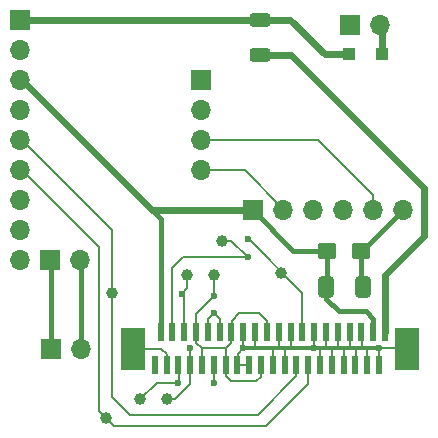
<source format=gbr>
%TF.GenerationSoftware,KiCad,Pcbnew,9.0.0*%
%TF.CreationDate,2025-06-13T13:21:56+01:00*%
%TF.ProjectId,KiCAD_uPicomac3_4,4b694341-445f-4755-9069-636f6d616333,rev?*%
%TF.SameCoordinates,Original*%
%TF.FileFunction,Copper,L1,Top*%
%TF.FilePolarity,Positive*%
%FSLAX46Y46*%
G04 Gerber Fmt 4.6, Leading zero omitted, Abs format (unit mm)*
G04 Created by KiCad (PCBNEW 9.0.0) date 2025-06-13 13:21:56*
%MOMM*%
%LPD*%
G01*
G04 APERTURE LIST*
G04 Aperture macros list*
%AMRoundRect*
0 Rectangle with rounded corners*
0 $1 Rounding radius*
0 $2 $3 $4 $5 $6 $7 $8 $9 X,Y pos of 4 corners*
0 Add a 4 corners polygon primitive as box body*
4,1,4,$2,$3,$4,$5,$6,$7,$8,$9,$2,$3,0*
0 Add four circle primitives for the rounded corners*
1,1,$1+$1,$2,$3*
1,1,$1+$1,$4,$5*
1,1,$1+$1,$6,$7*
1,1,$1+$1,$8,$9*
0 Add four rect primitives between the rounded corners*
20,1,$1+$1,$2,$3,$4,$5,0*
20,1,$1+$1,$4,$5,$6,$7,0*
20,1,$1+$1,$6,$7,$8,$9,0*
20,1,$1+$1,$8,$9,$2,$3,0*%
G04 Aperture macros list end*
%TA.AperFunction,ComponentPad*%
%ADD10R,1.700000X1.700000*%
%TD*%
%TA.AperFunction,ComponentPad*%
%ADD11O,1.700000X1.700000*%
%TD*%
%TA.AperFunction,SMDPad,CuDef*%
%ADD12RoundRect,0.250000X-0.537500X-0.425000X0.537500X-0.425000X0.537500X0.425000X-0.537500X0.425000X0*%
%TD*%
%TA.AperFunction,SMDPad,CuDef*%
%ADD13RoundRect,0.250000X-0.412500X-0.650000X0.412500X-0.650000X0.412500X0.650000X-0.412500X0.650000X0*%
%TD*%
%TA.AperFunction,SMDPad,CuDef*%
%ADD14C,1.000000*%
%TD*%
%TA.AperFunction,SMDPad,CuDef*%
%ADD15RoundRect,0.250000X-0.300000X-0.300000X0.300000X-0.300000X0.300000X0.300000X-0.300000X0.300000X0*%
%TD*%
%TA.AperFunction,SMDPad,CuDef*%
%ADD16RoundRect,0.250000X-0.625000X0.312500X-0.625000X-0.312500X0.625000X-0.312500X0.625000X0.312500X0*%
%TD*%
%TA.AperFunction,SMDPad,CuDef*%
%ADD17R,0.600000X1.500000*%
%TD*%
%TA.AperFunction,SMDPad,CuDef*%
%ADD18R,2.000000X3.600000*%
%TD*%
%TA.AperFunction,ViaPad*%
%ADD19C,0.600000*%
%TD*%
%TA.AperFunction,Conductor*%
%ADD20C,0.200000*%
%TD*%
%TA.AperFunction,Conductor*%
%ADD21C,0.300000*%
%TD*%
%TA.AperFunction,Conductor*%
%ADD22C,0.400000*%
%TD*%
%TA.AperFunction,Conductor*%
%ADD23C,0.600000*%
%TD*%
G04 APERTURE END LIST*
D10*
%TO.P,J9,1,Pin_1*%
%TO.N,GND*%
X130680000Y-51179301D03*
D11*
%TO.P,J9,2,Pin_2*%
%TO.N,Net-(D1-A)*%
X133220000Y-51179301D03*
%TD*%
D10*
%TO.P,J6,1,GP2*%
%TO.N,Net-(J1-SCl)*%
X118005000Y-55890000D03*
D11*
%TO.P,J6,2,GP3*%
%TO.N,Net-(J1-STX)*%
X118005000Y-58430000D03*
%TO.P,J6,3,GP4*%
%TO.N,Net-(J2-Pin_5)*%
X118005000Y-60970000D03*
%TO.P,J6,4,GP5*%
%TO.N,Net-(J2-Pin_2)*%
X118005000Y-63510000D03*
%TD*%
D12*
%TO.P,C1,1*%
%TO.N,Net-(J1-3.3v)*%
X128705779Y-70325603D03*
%TO.P,C1,2*%
%TO.N,GND*%
X131580779Y-70325603D03*
%TD*%
D13*
%TO.P,C2,1*%
%TO.N,Net-(J1-3.3v)*%
X128585779Y-73440603D03*
%TO.P,C2,2*%
%TO.N,GND*%
X131710779Y-73440603D03*
%TD*%
D14*
%TO.P,tp6,1,1*%
%TO.N,Net-(J1-CS)*%
X116880370Y-72385168D03*
%TD*%
D10*
%TO.P,J2,1,Pin_1*%
%TO.N,Net-(J1-3.3v)*%
X122416803Y-66904054D03*
D11*
%TO.P,J2,2,Pin_2*%
%TO.N,Net-(J2-Pin_2)*%
X124956803Y-66904054D03*
%TO.P,J2,3,Pin_3*%
%TO.N,Net-(J1-STX)*%
X127496803Y-66904054D03*
%TO.P,J2,4,Pin_4*%
%TO.N,Net-(J1-SCl)*%
X130036803Y-66904054D03*
%TO.P,J2,5,Pin_5*%
%TO.N,Net-(J2-Pin_5)*%
X132576803Y-66904054D03*
%TO.P,J2,6,Pin_6*%
%TO.N,GND*%
X135116803Y-66904054D03*
%TD*%
D10*
%TO.P,J3,1,5v*%
%TO.N,Net-(D1-K)*%
X102740000Y-50800000D03*
D11*
%TO.P,J3,2,GND*%
%TO.N,GND*%
X102740000Y-53340000D03*
%TO.P,J3,3,3v3*%
%TO.N,Net-(J1-3.3v)*%
X102740000Y-55880000D03*
%TO.P,J3,4,GP29*%
%TO.N,Net-(J1-HS)*%
X102740000Y-58420000D03*
%TO.P,J3,5,GP28*%
%TO.N,Net-(J1-PCl)*%
X102740000Y-60960000D03*
%TO.P,J3,6,GP27*%
%TO.N,Net-(J1-VS)*%
X102740000Y-63500000D03*
%TO.P,J3,7,GP26*%
%TO.N,Net-(J1-B3)*%
X102740000Y-66040000D03*
%TO.P,J3,8,GP15*%
%TO.N,Net-(J1-Reset)*%
X102740000Y-68580000D03*
%TO.P,J3,9,GP14*%
%TO.N,Net-(J1-CS)*%
X102740000Y-71120000D03*
%TD*%
D14*
%TO.P,tp8,1,1*%
%TO.N,Net-(J1-STX)*%
X119822522Y-69500745D03*
%TD*%
%TO.P,tp1,1,1*%
%TO.N,Net-(J1-VS)*%
X109940888Y-84474133D03*
%TD*%
D15*
%TO.P,D1,1,K*%
%TO.N,Net-(D1-K)*%
X130550000Y-53710000D03*
%TO.P,D1,2,A*%
%TO.N,Net-(D1-A)*%
X133350000Y-53710000D03*
%TD*%
D14*
%TO.P,tp7,1,1*%
%TO.N,Net-(J1-SCl)*%
X112900000Y-82920000D03*
%TD*%
%TO.P,tp5,1,1*%
%TO.N,Net-(J1-Reset)*%
X115146730Y-82900163D03*
%TD*%
%TO.P,tp4,1,1*%
%TO.N,Net-(J1-B3)*%
X119131865Y-72385168D03*
%TD*%
D10*
%TO.P,J4,1,GP10*%
%TO.N,Net-(J4-GP10)*%
X105280000Y-71130549D03*
D11*
%TO.P,J4,2,GP11*%
%TO.N,Net-(J4-GP11)*%
X107820000Y-71130549D03*
%TD*%
D14*
%TO.P,tp3,1,1*%
%TO.N,Net-(J1-PCl)*%
X110496622Y-73883910D03*
%TD*%
%TO.P,tp2,1,1*%
%TO.N,Net-(J1-HS)*%
X124811187Y-72201792D03*
%TD*%
D16*
%TO.P,R1,1*%
%TO.N,Net-(D1-K)*%
X123060000Y-50816274D03*
%TO.P,R1,2*%
%TO.N,Net-(J1-BL+)*%
X123060000Y-53741274D03*
%TD*%
D17*
%TO.P,J1,1,1*%
%TO.N,unconnected-(J1-Pad1)*%
X114104258Y-80011131D03*
%TO.P,J1,2,3v3*%
%TO.N,Net-(J1-3.3v)*%
X114604258Y-77211131D03*
%TO.P,J1,3,Gnd*%
%TO.N,GND*%
X115104258Y-80011131D03*
%TO.P,J1,4,STX*%
%TO.N,Net-(J1-STX)*%
X115604258Y-77211131D03*
%TO.P,J1,5,SCl*%
%TO.N,Net-(J1-SCl)*%
X116104258Y-80011131D03*
%TO.P,J1,6,CS*%
%TO.N,Net-(J1-CS)*%
X116604258Y-77211131D03*
%TO.P,J1,7,Reset*%
%TO.N,Net-(J1-Reset)*%
X117104258Y-80011131D03*
%TO.P,J1,8,R4*%
%TO.N,Net-(J1-B3)*%
X117604258Y-77211131D03*
%TO.P,J1,9,R3*%
X118104258Y-80011131D03*
%TO.P,J1,10,R2*%
%TO.N,GND*%
X118604258Y-77211131D03*
%TO.P,J1,11,R1*%
X119104258Y-80011131D03*
%TO.P,J1,12,R0*%
X119604258Y-77211131D03*
%TO.P,J1,13,G5*%
%TO.N,Net-(J1-B3)*%
X120104258Y-80011131D03*
%TO.P,J1,14,G4*%
X120604258Y-77211131D03*
%TO.P,J1,15,G3*%
%TO.N,GND*%
X121104258Y-80011131D03*
%TO.P,J1,16,G2*%
X121604258Y-77211131D03*
%TO.P,J1,17,G1*%
X122104258Y-80011131D03*
%TO.P,J1,18,G0*%
X122604258Y-77211131D03*
%TO.P,J1,19,B4*%
%TO.N,Net-(J1-B3)*%
X123104258Y-80011131D03*
%TO.P,J1,20,B3*%
X123604258Y-77211131D03*
%TO.P,J1,21,B2*%
%TO.N,GND*%
X124104258Y-80011131D03*
%TO.P,J1,22,B1*%
X124604258Y-77211131D03*
%TO.P,J1,23,B0*%
X125104258Y-80011131D03*
%TO.P,J1,24,DE*%
X125604258Y-77211131D03*
%TO.P,J1,25,PCl*%
%TO.N,Net-(J1-PCl)*%
X126104258Y-80011131D03*
%TO.P,J1,26,HS*%
%TO.N,Net-(J1-HS)*%
X126604258Y-77211131D03*
%TO.P,J1,27,VS*%
%TO.N,Net-(J1-VS)*%
X127104258Y-80011131D03*
%TO.P,J1,28,Gnd*%
%TO.N,GND*%
X127604258Y-77211131D03*
%TO.P,J1,29,Gnd*%
X128104258Y-80011131D03*
%TO.P,J1,30,Gnd*%
X128604258Y-77211131D03*
%TO.P,J1,31,Gnd*%
X129104258Y-80011131D03*
%TO.P,J1,32,Gnd*%
X129604258Y-77211131D03*
%TO.P,J1,33,Gnd*%
X130104258Y-80011131D03*
%TO.P,J1,34,Gnd*%
X130604258Y-77211131D03*
%TO.P,J1,35,Gnd*%
X131104258Y-80011131D03*
%TO.P,J1,36,Gnd*%
X131604258Y-77211131D03*
%TO.P,J1,37,Gnd*%
X132104258Y-80011131D03*
%TO.P,J1,38,3.3v*%
%TO.N,Net-(J1-3.3v)*%
X132604258Y-77211131D03*
%TO.P,J1,39,BL-*%
%TO.N,GND*%
X133104258Y-80011131D03*
%TO.P,J1,40,BL+*%
%TO.N,Net-(J1-BL+)*%
X133604258Y-77211131D03*
D18*
%TO.P,J1,S1,SHIELD*%
%TO.N,GND*%
X112226408Y-78614928D03*
%TO.P,J1,S2,SHIELD*%
X135456886Y-78610777D03*
%TD*%
D10*
%TO.P,J7,1,Spkr_+*%
%TO.N,Net-(J4-GP10)*%
X105290735Y-78664243D03*
D11*
%TO.P,J7,2,Spkr_-*%
%TO.N,Net-(J4-GP11)*%
X107830735Y-78664243D03*
%TD*%
D19*
%TO.N,GND*%
X119100000Y-75600000D03*
X135400000Y-78600000D03*
X119100000Y-81500000D03*
X133100000Y-78600000D03*
X127600000Y-78600000D03*
X112053611Y-78614687D03*
X121600000Y-78600000D03*
%TO.N,Net-(J1-SCl)*%
X116100000Y-81500000D03*
%TO.N,Net-(J1-CS)*%
X116400000Y-74000000D03*
%TO.N,Net-(J1-B3)*%
X119100000Y-74200000D03*
%TO.N,Net-(J1-Reset)*%
X117100000Y-78600000D03*
%TO.N,Net-(J1-HS)*%
X122000000Y-69350000D03*
%TO.N,Net-(J1-STX)*%
X122000000Y-70900000D03*
%TD*%
D20*
%TO.N,Net-(J2-Pin_2)*%
X121710000Y-63510000D02*
X124956803Y-66756803D01*
X118135000Y-63510000D02*
X121710000Y-63510000D01*
%TO.N,Net-(J2-Pin_5)*%
X132600000Y-65600000D02*
X132576803Y-65623197D01*
X127970000Y-60970000D02*
X132600000Y-65600000D01*
X132576803Y-65623197D02*
X132576803Y-66904054D01*
X118135000Y-60970000D02*
X127970000Y-60970000D01*
%TO.N,GND*%
X112053611Y-78614687D02*
X112058924Y-78620000D01*
X128620000Y-77210000D02*
X128620000Y-78580000D01*
X118620000Y-76080000D02*
X119100000Y-75600000D01*
X119104258Y-80011131D02*
X119104258Y-81495742D01*
X122120000Y-80010000D02*
X121120000Y-80010000D01*
D21*
X130600000Y-78600000D02*
X131100000Y-78600000D01*
D20*
X130120000Y-80010000D02*
X130120000Y-78620000D01*
D21*
X128600000Y-78600000D02*
X129100000Y-78600000D01*
X131600000Y-78600000D02*
X132100000Y-78600000D01*
D20*
X131620000Y-77210000D02*
X131620000Y-78580000D01*
X124104258Y-80011131D02*
X124104258Y-78604258D01*
X131120000Y-78620000D02*
X131100000Y-78600000D01*
X132120000Y-78620000D02*
X132100000Y-78600000D01*
X118620000Y-77210000D02*
X118620000Y-76080000D01*
X124620000Y-77210000D02*
X124620000Y-78580000D01*
X119104258Y-81495742D02*
X119100000Y-81500000D01*
X114680000Y-78620000D02*
X115120000Y-79060000D01*
X121600000Y-78600000D02*
X121620000Y-78580000D01*
D21*
X121600000Y-78600000D02*
X122600000Y-78600000D01*
D20*
X128120000Y-78620000D02*
X128100000Y-78600000D01*
X131120000Y-80010000D02*
X131120000Y-78620000D01*
X133120000Y-78620000D02*
X133120000Y-80010000D01*
X122620000Y-78580000D02*
X122600000Y-78600000D01*
D22*
X131580779Y-70325603D02*
X131580779Y-73310603D01*
D20*
X129620000Y-77210000D02*
X129620000Y-78580000D01*
X115120000Y-79060000D02*
X115120000Y-80010000D01*
X129120000Y-78620000D02*
X129100000Y-78600000D01*
X119620000Y-76120000D02*
X119100000Y-75600000D01*
X125120000Y-80010000D02*
X125120000Y-78620000D01*
X127620000Y-78580000D02*
X127600000Y-78600000D01*
D21*
X128100000Y-78600000D02*
X128600000Y-78600000D01*
D20*
X127620000Y-77210000D02*
X127620000Y-78580000D01*
X121620000Y-78580000D02*
X121620000Y-77210000D01*
D21*
X129100000Y-78600000D02*
X129600000Y-78600000D01*
D20*
X124620000Y-78580000D02*
X124600000Y-78600000D01*
X119620000Y-77210000D02*
X119620000Y-76120000D01*
X122620000Y-77210000D02*
X122620000Y-78580000D01*
X130620000Y-77210000D02*
X130620000Y-78580000D01*
X133100000Y-78600000D02*
X133120000Y-78620000D01*
D22*
X131580779Y-73310603D02*
X131710779Y-73440603D01*
X135116803Y-66904054D02*
X131800857Y-70220000D01*
D21*
X130100000Y-78600000D02*
X130600000Y-78600000D01*
D20*
X129620000Y-78580000D02*
X129600000Y-78600000D01*
X125620000Y-78580000D02*
X125600000Y-78600000D01*
X121120000Y-79080000D02*
X121120000Y-80010000D01*
X131620000Y-78580000D02*
X131600000Y-78600000D01*
X132120000Y-80010000D02*
X132120000Y-78620000D01*
X119120000Y-81480000D02*
X119100000Y-81500000D01*
D21*
X122600000Y-78600000D02*
X124100000Y-78600000D01*
D20*
X130620000Y-78580000D02*
X130600000Y-78600000D01*
X130120000Y-78620000D02*
X130100000Y-78600000D01*
X133100000Y-78600000D02*
X135400000Y-78600000D01*
X112058924Y-78620000D02*
X114680000Y-78620000D01*
D21*
X125100000Y-78600000D02*
X125600000Y-78600000D01*
X124600000Y-78600000D02*
X125100000Y-78600000D01*
X131100000Y-78600000D02*
X131600000Y-78600000D01*
X129600000Y-78600000D02*
X130100000Y-78600000D01*
D20*
X129120000Y-80010000D02*
X129120000Y-78620000D01*
X128620000Y-78580000D02*
X128600000Y-78600000D01*
X121600000Y-78600000D02*
X121120000Y-79080000D01*
D21*
X125600000Y-78600000D02*
X127600000Y-78600000D01*
D20*
X125620000Y-77210000D02*
X125620000Y-78580000D01*
X128120000Y-80010000D02*
X128120000Y-78620000D01*
D21*
X124100000Y-78600000D02*
X124600000Y-78600000D01*
X127600000Y-78600000D02*
X128100000Y-78600000D01*
X132100000Y-78600000D02*
X133100000Y-78600000D01*
D23*
%TO.N,Net-(D1-A)*%
X133350000Y-53710000D02*
X133350000Y-51262575D01*
%TO.N,Net-(D1-K)*%
X102740000Y-50800000D02*
X125601370Y-50800000D01*
X125601370Y-50801370D02*
X128510000Y-53710000D01*
X128510000Y-53710000D02*
X130550000Y-53710000D01*
D22*
%TO.N,Net-(J1-3.3v)*%
X132620000Y-77210000D02*
X132620000Y-76120000D01*
X122416803Y-66904054D02*
X125838352Y-70325603D01*
X131970000Y-75470000D02*
X129670000Y-75470000D01*
X128585779Y-74385779D02*
X128585779Y-73440603D01*
X114604258Y-77211131D02*
X114604258Y-67604258D01*
X128705779Y-73320603D02*
X128585779Y-73440603D01*
X125838352Y-70325603D02*
X128705779Y-70325603D01*
D23*
X102880000Y-55880000D02*
X113904054Y-66904054D01*
D22*
X129670000Y-75470000D02*
X128585779Y-74385779D01*
D23*
X113904054Y-66904054D02*
X115600000Y-66904054D01*
D22*
X132620000Y-76120000D02*
X131970000Y-75470000D01*
X128705779Y-70325603D02*
X128705779Y-73320603D01*
D23*
X102870000Y-55880000D02*
X102880000Y-55880000D01*
X115600000Y-66904054D02*
X122416803Y-66904054D01*
D20*
X114620000Y-76760000D02*
X114620000Y-77210000D01*
D22*
X114604258Y-67604258D02*
X113904054Y-66904054D01*
D20*
%TO.N,Net-(J1-PCl)*%
X122865389Y-84200000D02*
X126104258Y-80961131D01*
X110500000Y-68590000D02*
X110500000Y-82700000D01*
X102870000Y-60960000D02*
X110500000Y-68590000D01*
X110500000Y-82700000D02*
X112000000Y-84200000D01*
X112000000Y-84200000D02*
X122865389Y-84200000D01*
X126104258Y-80961131D02*
X126104258Y-80011131D01*
%TO.N,Net-(J1-SCl)*%
X116120000Y-81480000D02*
X116120000Y-80010000D01*
X116100000Y-81500000D02*
X116120000Y-81480000D01*
X114320000Y-81500000D02*
X112900000Y-82920000D01*
X116100000Y-81500000D02*
X114320000Y-81500000D01*
%TO.N,Net-(J1-CS)*%
X116880370Y-73519630D02*
X116400000Y-74000000D01*
X116400000Y-74000000D02*
X116620000Y-74220000D01*
X102799354Y-71190646D02*
X102870000Y-71120000D01*
X116620000Y-74220000D02*
X116620000Y-77210000D01*
X116880370Y-72385168D02*
X116880370Y-73519630D01*
%TO.N,Net-(J1-B3)*%
X118104258Y-80011131D02*
X118104258Y-78604258D01*
X120104258Y-78661131D02*
X120165389Y-78600000D01*
X123620000Y-77210000D02*
X123620000Y-76260000D01*
X120165389Y-78600000D02*
X119660000Y-78600000D01*
X120604258Y-77211131D02*
X120604258Y-78161131D01*
X122700000Y-81400000D02*
X123120000Y-80980000D01*
X121280000Y-75600000D02*
X122200000Y-75600000D01*
X120620000Y-76260000D02*
X121280000Y-75600000D01*
X118100000Y-78600000D02*
X119660000Y-78600000D01*
X118104258Y-78604258D02*
X118100000Y-78600000D01*
X120104258Y-80011131D02*
X120104258Y-78661131D01*
X118100000Y-78600000D02*
X117604258Y-78104258D01*
X117604258Y-78104258D02*
X117604258Y-77211131D01*
X123120000Y-80980000D02*
X123120000Y-80010000D01*
X119131865Y-74168135D02*
X119100000Y-74200000D01*
X122960000Y-75600000D02*
X122200000Y-75600000D01*
X120120000Y-80026873D02*
X120104258Y-80011131D01*
X120604258Y-78161131D02*
X120165389Y-78600000D01*
X119131865Y-72385168D02*
X119131865Y-74168135D01*
X120560000Y-81400000D02*
X121900000Y-81400000D01*
X121900000Y-81400000D02*
X122700000Y-81400000D01*
X120120000Y-80960000D02*
X120120000Y-80026873D01*
X123620000Y-76260000D02*
X122960000Y-75600000D01*
X117604258Y-75695742D02*
X119100000Y-74200000D01*
X120620000Y-77210000D02*
X120620000Y-76260000D01*
X120120000Y-80960000D02*
X120560000Y-81400000D01*
X117604258Y-77211131D02*
X117604258Y-75695742D01*
%TO.N,Net-(J1-Reset)*%
X117104258Y-81649741D02*
X115853836Y-82900163D01*
X117120000Y-78620000D02*
X117120000Y-80010000D01*
X117100000Y-78600000D02*
X117120000Y-78620000D01*
X117104258Y-80011131D02*
X117104258Y-81649741D01*
X115853836Y-82900163D02*
X115146730Y-82900163D01*
%TO.N,Net-(J1-HS)*%
X122000000Y-69350000D02*
X122050000Y-69350000D01*
X122050000Y-69350000D02*
X126604258Y-73904258D01*
X126620000Y-76560000D02*
X126620000Y-77210000D01*
X126604258Y-73904258D02*
X126604258Y-77211131D01*
%TO.N,Net-(J1-VS)*%
X110700000Y-85200000D02*
X109400000Y-83900000D01*
X109400000Y-83900000D02*
X109400000Y-70030000D01*
X123500000Y-85200000D02*
X110700000Y-85200000D01*
X127104258Y-80011131D02*
X127104258Y-81595742D01*
X127104258Y-81595742D02*
X123500000Y-85200000D01*
X109400000Y-70030000D02*
X102870000Y-63500000D01*
%TO.N,Net-(J1-STX)*%
X120600745Y-69500745D02*
X122000000Y-70900000D01*
X116500000Y-70900000D02*
X115604258Y-71795742D01*
X121646338Y-70900000D02*
X122000000Y-70900000D01*
X122000000Y-70900000D02*
X119800000Y-70900000D01*
X115604258Y-71795742D02*
X115604258Y-77211131D01*
X119800000Y-70900000D02*
X116500000Y-70900000D01*
X119822522Y-69500745D02*
X120600745Y-69500745D01*
D23*
%TO.N,Net-(J1-BL+)*%
X133620000Y-72380000D02*
X136899000Y-69101000D01*
X136899000Y-69101000D02*
X136899000Y-65022630D01*
X125617644Y-53741274D02*
X123060000Y-53741274D01*
X133620000Y-77210000D02*
X133620000Y-72380000D01*
X136899000Y-65022630D02*
X125617644Y-53741274D01*
D22*
%TO.N,Net-(J4-GP11)*%
X107830735Y-78664243D02*
X107830735Y-71141284D01*
%TO.N,Net-(J4-GP10)*%
X105290735Y-78664243D02*
X105290735Y-71141284D01*
%TD*%
M02*

</source>
